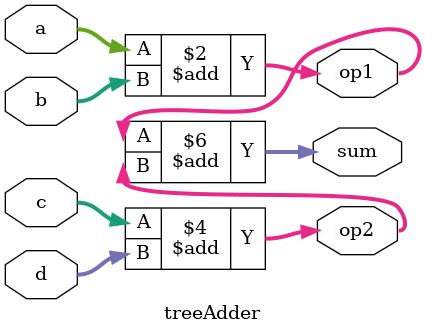
<source format=v>
`timescale 1ns/1ps
module treeAdder(
	input [3:0]  a,
	input [3:0]  b,
	input [7:0]  c,
	input [7:0]  d,
	output reg [4:0] op1,
	output reg [8:0] op2,
	output reg [9:0] sum 
	);
	
	always @(a or b) begin
		op1 = a + b;
	end
	always @ (c or d) begin
		op2 = c + d; 
	end
	
	always @(*) begin
		sum = op1 + op2;
	end
endmodule

</source>
